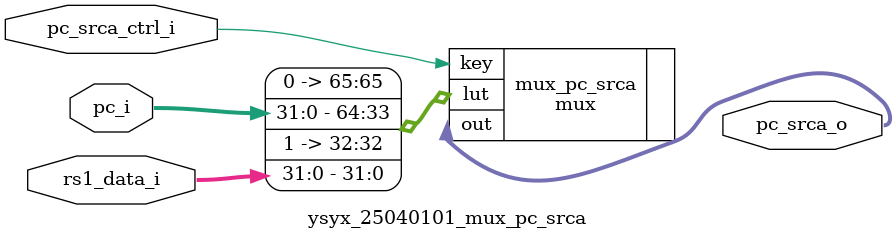
<source format=v>
module ysyx_25040101_mux_pc_srca(
	input  wire[31:0] pc_i,
	input  wire[31:0] rs1_data_i,
	input  wire			  pc_srca_ctrl_i,
	output wire[31:0] pc_srca_o
);
	mux #(
		.NR_KEY(2),
		.KEY_LEN(1),
		.DATA_LEN(32)
	) mux_pc_srca (
		.out(pc_srca_o),
		.key(pc_srca_ctrl_i),
		.lut({
			1'b0, pc_i,
			1'b1, rs1_data_i
		})
	);
endmodule

</source>
